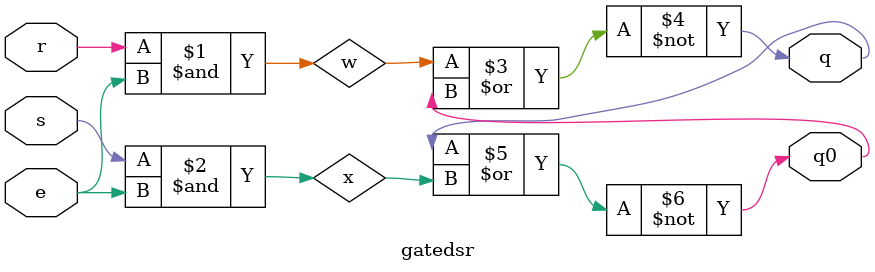
<source format=v>
module gatedsr(r,e,s,q,q0);
	input r,e,s;
	output q, q0;
	wire w,x;
	assign w = r&e;
	assign x = s&e;
	nor(q,w,q0);
	nor(q0,q,x);
endmodule

</source>
